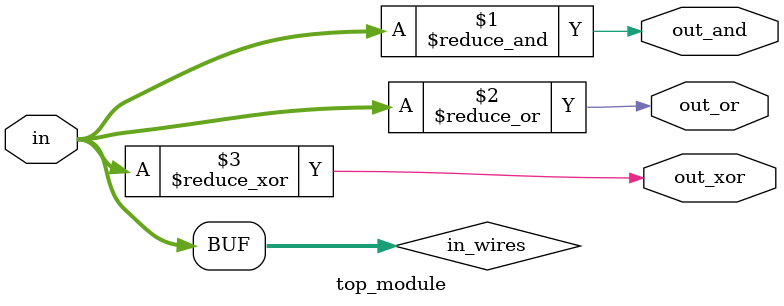
<source format=sv>
module top_module (
    input [99:0] in,
    output out_and,
    output out_or,
    output out_xor
);

wire [99:0] in_wires;
assign in_wires = in;

// Perform the logical AND operation
assign out_and = &in_wires;

// Perform the logical OR operation
assign out_or = |in_wires;

// Perform the logical XOR operation
assign out_xor = ^in_wires;

endmodule

</source>
